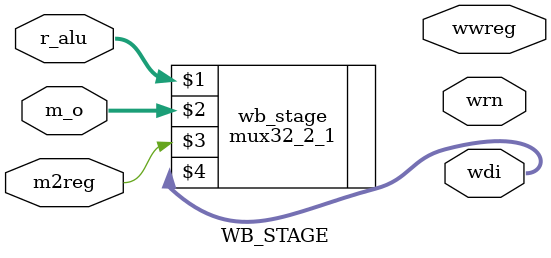
<source format=v>
`timescale 1ns / 1ps
module WB_STAGE(r_alu,m_o,m2reg,wdi,wwreg,wrn
    );
	 input [31:0] r_alu;
	 input [31:0] m_o;
	 input m2reg;
	 output [31:0] wdi;
	 output wwreg;
	 output [4:0] wrn;
	 
	 wire wwreg;
	 wire [4:0] wrn;
	 
	 mux32_2_1 wb_stage (r_alu, m_o, m2reg, wdi); //Ð´»Øµ½regFileµÄÖµ¶þÑ¡Ò»
	 //

endmodule

</source>
